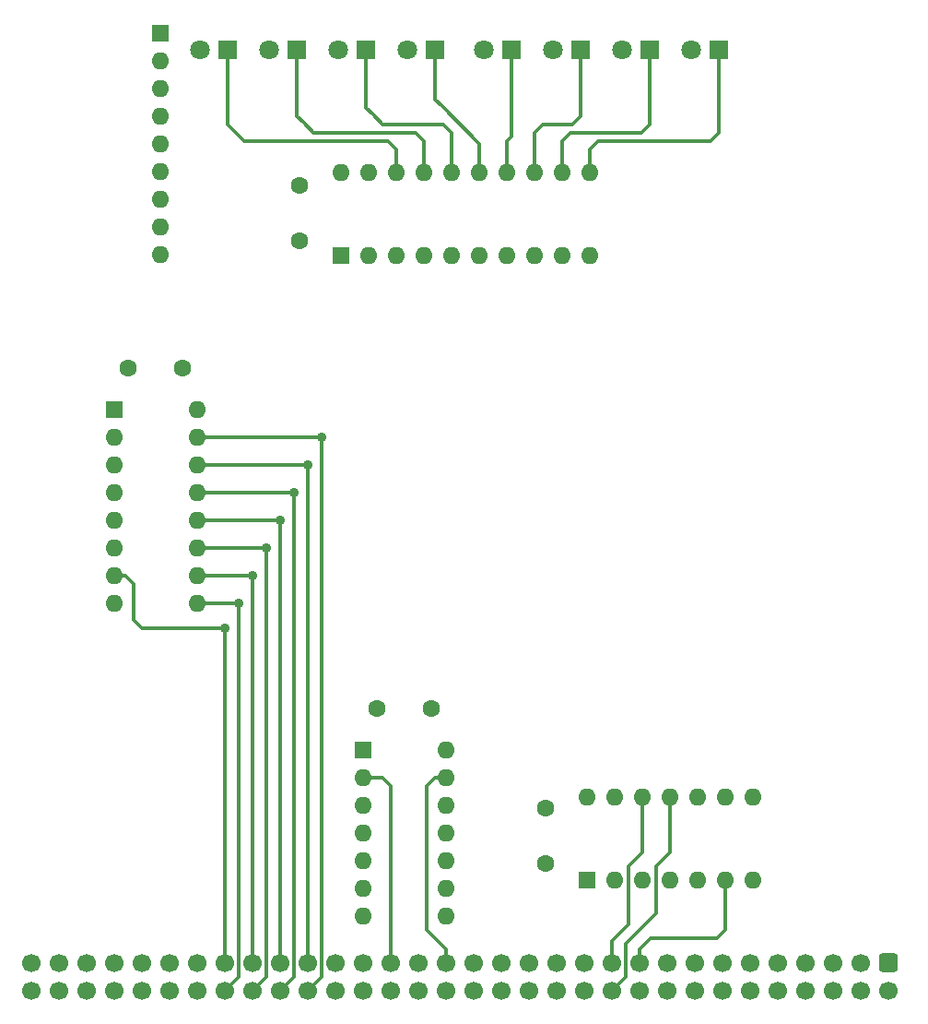
<source format=gtl>
G04 #@! TF.GenerationSoftware,KiCad,Pcbnew,5.1.6-c6e7f7d~86~ubuntu18.04.1*
G04 #@! TF.CreationDate,2020-06-20T00:16:09+12:00*
G04 #@! TF.ProjectId,M1 Address Decoding,4d312041-6464-4726-9573-73204465636f,rev?*
G04 #@! TF.SameCoordinates,Original*
G04 #@! TF.FileFunction,Copper,L1,Top*
G04 #@! TF.FilePolarity,Positive*
%FSLAX46Y46*%
G04 Gerber Fmt 4.6, Leading zero omitted, Abs format (unit mm)*
G04 Created by KiCad (PCBNEW 5.1.6-c6e7f7d~86~ubuntu18.04.1) date 2020-06-20 00:16:09*
%MOMM*%
%LPD*%
G01*
G04 APERTURE LIST*
G04 #@! TA.AperFunction,ComponentPad*
%ADD10C,1.600000*%
G04 #@! TD*
G04 #@! TA.AperFunction,ComponentPad*
%ADD11C,1.700000*%
G04 #@! TD*
G04 #@! TA.AperFunction,ComponentPad*
%ADD12R,1.600000X1.600000*%
G04 #@! TD*
G04 #@! TA.AperFunction,ComponentPad*
%ADD13O,1.600000X1.600000*%
G04 #@! TD*
G04 #@! TA.AperFunction,ComponentPad*
%ADD14C,1.800000*%
G04 #@! TD*
G04 #@! TA.AperFunction,ComponentPad*
%ADD15R,1.800000X1.800000*%
G04 #@! TD*
G04 #@! TA.AperFunction,ViaPad*
%ADD16C,0.889000*%
G04 #@! TD*
G04 #@! TA.AperFunction,Conductor*
%ADD17C,0.330200*%
G04 #@! TD*
G04 APERTURE END LIST*
D10*
G04 #@! TO.P,C7,2*
G04 #@! TO.N,+5V*
X137795000Y-64215000D03*
G04 #@! TO.P,C7,1*
G04 #@! TO.N,GND*
X137795000Y-69215000D03*
G04 #@! TD*
G04 #@! TO.P,J1,1*
G04 #@! TO.N,GND*
G04 #@! TA.AperFunction,ComponentPad*
G36*
G01*
X191297000Y-134659000D02*
X192497000Y-134659000D01*
G75*
G02*
X192747000Y-134909000I0J-250000D01*
G01*
X192747000Y-136109000D01*
G75*
G02*
X192497000Y-136359000I-250000J0D01*
G01*
X191297000Y-136359000D01*
G75*
G02*
X191047000Y-136109000I0J250000D01*
G01*
X191047000Y-134909000D01*
G75*
G02*
X191297000Y-134659000I250000J0D01*
G01*
G37*
G04 #@! TD.AperFunction*
D11*
G04 #@! TO.P,J1,3*
G04 #@! TO.N,/A1*
X189357000Y-135509000D03*
G04 #@! TO.P,J1,5*
G04 #@! TO.N,/A3*
X186817000Y-135509000D03*
G04 #@! TO.P,J1,7*
G04 #@! TO.N,/A5*
X184277000Y-135509000D03*
G04 #@! TO.P,J1,9*
G04 #@! TO.N,/A7*
X181737000Y-135509000D03*
G04 #@! TO.P,J1,11*
G04 #@! TO.N,GND*
X179197000Y-135509000D03*
G04 #@! TO.P,J1,13*
X176657000Y-135509000D03*
G04 #@! TO.P,J1,15*
G04 #@! TO.N,/A9*
X174117000Y-135509000D03*
G04 #@! TO.P,J1,17*
G04 #@! TO.N,/A11*
X171577000Y-135509000D03*
G04 #@! TO.P,J1,19*
G04 #@! TO.N,/A13*
X169037000Y-135509000D03*
G04 #@! TO.P,J1,21*
G04 #@! TO.N,/A15*
X166497000Y-135509000D03*
G04 #@! TO.P,J1,23*
G04 #@! TO.N,GND*
X163957000Y-135509000D03*
G04 #@! TO.P,J1,25*
G04 #@! TO.N,+5V*
X161417000Y-135509000D03*
G04 #@! TO.P,J1,27*
G04 #@! TO.N,GND*
X158877000Y-135509000D03*
G04 #@! TO.P,J1,29*
G04 #@! TO.N,/nPCOE*
X156337000Y-135509000D03*
G04 #@! TO.P,J1,31*
G04 #@! TO.N,Net-(J1-Pad31)*
X153797000Y-135509000D03*
G04 #@! TO.P,J1,33*
G04 #@! TO.N,/nADROE*
X151257000Y-135509000D03*
G04 #@! TO.P,J1,35*
G04 #@! TO.N,Net-(J1-Pad35)*
X148717000Y-135509000D03*
G04 #@! TO.P,J1,37*
G04 #@! TO.N,/nMEN*
X146177000Y-135509000D03*
G04 #@! TO.P,J1,39*
G04 #@! TO.N,GND*
X143637000Y-135509000D03*
G04 #@! TO.P,J1,41*
X141097000Y-135509000D03*
G04 #@! TO.P,J1,43*
G04 #@! TO.N,/nIOSEL1*
X138557000Y-135509000D03*
G04 #@! TO.P,J1,45*
G04 #@! TO.N,/nIOSEL3*
X136017000Y-135509000D03*
G04 #@! TO.P,J1,47*
G04 #@! TO.N,/nIOSEL5*
X133477000Y-135509000D03*
G04 #@! TO.P,J1,49*
G04 #@! TO.N,/nIOSEL7*
X130937000Y-135509000D03*
G04 #@! TO.P,J1,51*
G04 #@! TO.N,GND*
X128397000Y-135509000D03*
G04 #@! TO.P,J1,53*
X125857000Y-135509000D03*
G04 #@! TO.P,J1,55*
G04 #@! TO.N,Net-(J1-Pad55)*
X123317000Y-135509000D03*
G04 #@! TO.P,J1,57*
G04 #@! TO.N,Net-(J1-Pad57)*
X120777000Y-135509000D03*
G04 #@! TO.P,J1,59*
G04 #@! TO.N,Net-(J1-Pad59)*
X118237000Y-135509000D03*
G04 #@! TO.P,J1,61*
G04 #@! TO.N,Net-(J1-Pad61)*
X115697000Y-135509000D03*
G04 #@! TO.P,J1,63*
G04 #@! TO.N,GND*
X113157000Y-135509000D03*
G04 #@! TO.P,J1,2*
X191897000Y-138049000D03*
G04 #@! TO.P,J1,4*
G04 #@! TO.N,/A0*
X189357000Y-138049000D03*
G04 #@! TO.P,J1,6*
G04 #@! TO.N,/A2*
X186817000Y-138049000D03*
G04 #@! TO.P,J1,8*
G04 #@! TO.N,/A4*
X184277000Y-138049000D03*
G04 #@! TO.P,J1,10*
G04 #@! TO.N,/A6*
X181737000Y-138049000D03*
G04 #@! TO.P,J1,12*
G04 #@! TO.N,GND*
X179197000Y-138049000D03*
G04 #@! TO.P,J1,14*
X176657000Y-138049000D03*
G04 #@! TO.P,J1,16*
G04 #@! TO.N,/A8*
X174117000Y-138049000D03*
G04 #@! TO.P,J1,18*
G04 #@! TO.N,/A10*
X171577000Y-138049000D03*
G04 #@! TO.P,J1,20*
G04 #@! TO.N,/A12*
X169037000Y-138049000D03*
G04 #@! TO.P,J1,22*
G04 #@! TO.N,/A14*
X166497000Y-138049000D03*
G04 #@! TO.P,J1,24*
G04 #@! TO.N,GND*
X163957000Y-138049000D03*
G04 #@! TO.P,J1,26*
G04 #@! TO.N,+5V*
X161417000Y-138049000D03*
G04 #@! TO.P,J1,28*
G04 #@! TO.N,GND*
X158877000Y-138049000D03*
G04 #@! TO.P,J1,30*
G04 #@! TO.N,Net-(J1-Pad30)*
X156337000Y-138049000D03*
G04 #@! TO.P,J1,32*
G04 #@! TO.N,Net-(J1-Pad32)*
X153797000Y-138049000D03*
G04 #@! TO.P,J1,34*
G04 #@! TO.N,Net-(J1-Pad34)*
X151257000Y-138049000D03*
G04 #@! TO.P,J1,36*
G04 #@! TO.N,Net-(J1-Pad36)*
X148717000Y-138049000D03*
G04 #@! TO.P,J1,38*
G04 #@! TO.N,Net-(J1-Pad38)*
X146177000Y-138049000D03*
G04 #@! TO.P,J1,40*
G04 #@! TO.N,Net-(J1-Pad40)*
X143637000Y-138049000D03*
G04 #@! TO.P,J1,42*
G04 #@! TO.N,GND*
X141097000Y-138049000D03*
G04 #@! TO.P,J1,44*
G04 #@! TO.N,/nIOSEL0*
X138557000Y-138049000D03*
G04 #@! TO.P,J1,46*
G04 #@! TO.N,/nIOSEL2*
X136017000Y-138049000D03*
G04 #@! TO.P,J1,48*
G04 #@! TO.N,/nIOSEL4*
X133477000Y-138049000D03*
G04 #@! TO.P,J1,50*
G04 #@! TO.N,/nIOSEL6*
X130937000Y-138049000D03*
G04 #@! TO.P,J1,52*
G04 #@! TO.N,GND*
X128397000Y-138049000D03*
G04 #@! TO.P,J1,54*
X125857000Y-138049000D03*
G04 #@! TO.P,J1,56*
G04 #@! TO.N,Net-(J1-Pad56)*
X123317000Y-138049000D03*
G04 #@! TO.P,J1,58*
G04 #@! TO.N,Net-(J1-Pad58)*
X120777000Y-138049000D03*
G04 #@! TO.P,J1,60*
G04 #@! TO.N,Net-(J1-Pad60)*
X118237000Y-138049000D03*
G04 #@! TO.P,J1,62*
G04 #@! TO.N,Net-(J1-Pad62)*
X115697000Y-138049000D03*
G04 #@! TO.P,J1,64*
G04 #@! TO.N,GND*
X113157000Y-138049000D03*
G04 #@! TD*
D12*
G04 #@! TO.P,RN1,1*
G04 #@! TO.N,GND*
X124968000Y-50165000D03*
D13*
G04 #@! TO.P,RN1,2*
G04 #@! TO.N,Net-(D1-Pad8)*
X124968000Y-52705000D03*
G04 #@! TO.P,RN1,3*
G04 #@! TO.N,Net-(D1-Pad6)*
X124968000Y-55245000D03*
G04 #@! TO.P,RN1,4*
G04 #@! TO.N,Net-(D1-Pad4)*
X124968000Y-57785000D03*
G04 #@! TO.P,RN1,5*
G04 #@! TO.N,Net-(D1-Pad2)*
X124968000Y-60325000D03*
G04 #@! TO.P,RN1,6*
G04 #@! TO.N,Net-(D2-Pad8)*
X124968000Y-62865000D03*
G04 #@! TO.P,RN1,7*
G04 #@! TO.N,Net-(D2-Pad6)*
X124968000Y-65405000D03*
G04 #@! TO.P,RN1,8*
G04 #@! TO.N,Net-(D2-Pad4)*
X124968000Y-67945000D03*
G04 #@! TO.P,RN1,9*
G04 #@! TO.N,Net-(D2-Pad2)*
X124968000Y-70485000D03*
G04 #@! TD*
D14*
G04 #@! TO.P,D1,4*
G04 #@! TO.N,Net-(D1-Pad4)*
X141351000Y-51689000D03*
D15*
G04 #@! TO.P,D1,3*
G04 #@! TO.N,Net-(D1-Pad3)*
X143891000Y-51689000D03*
G04 #@! TO.P,D1,5*
G04 #@! TO.N,Net-(D1-Pad5)*
X137541000Y-51689000D03*
D14*
G04 #@! TO.P,D1,6*
G04 #@! TO.N,Net-(D1-Pad6)*
X135001000Y-51689000D03*
D15*
G04 #@! TO.P,D1,1*
G04 #@! TO.N,Net-(D1-Pad1)*
X150241000Y-51689000D03*
D14*
G04 #@! TO.P,D1,2*
G04 #@! TO.N,Net-(D1-Pad2)*
X147701000Y-51689000D03*
D15*
G04 #@! TO.P,D1,7*
G04 #@! TO.N,Net-(D1-Pad7)*
X131191000Y-51689000D03*
D14*
G04 #@! TO.P,D1,8*
G04 #@! TO.N,Net-(D1-Pad8)*
X128651000Y-51689000D03*
G04 #@! TD*
G04 #@! TO.P,D2,8*
G04 #@! TO.N,Net-(D2-Pad8)*
X154686000Y-51689000D03*
D15*
G04 #@! TO.P,D2,7*
G04 #@! TO.N,Net-(D2-Pad7)*
X157226000Y-51689000D03*
D14*
G04 #@! TO.P,D2,2*
G04 #@! TO.N,Net-(D2-Pad2)*
X173736000Y-51689000D03*
D15*
G04 #@! TO.P,D2,1*
G04 #@! TO.N,Net-(D2-Pad1)*
X176276000Y-51689000D03*
D14*
G04 #@! TO.P,D2,6*
G04 #@! TO.N,Net-(D2-Pad6)*
X161036000Y-51689000D03*
D15*
G04 #@! TO.P,D2,5*
G04 #@! TO.N,Net-(D2-Pad5)*
X163576000Y-51689000D03*
G04 #@! TO.P,D2,3*
G04 #@! TO.N,Net-(D2-Pad3)*
X169926000Y-51689000D03*
D14*
G04 #@! TO.P,D2,4*
G04 #@! TO.N,Net-(D2-Pad4)*
X167386000Y-51689000D03*
G04 #@! TD*
D10*
G04 #@! TO.P,C1,1*
G04 #@! TO.N,GND*
X144907000Y-112141000D03*
G04 #@! TO.P,C1,2*
G04 #@! TO.N,+5V*
X149907000Y-112141000D03*
G04 #@! TD*
G04 #@! TO.P,C2,1*
G04 #@! TO.N,GND*
X160401000Y-126365000D03*
G04 #@! TO.P,C2,2*
G04 #@! TO.N,+5V*
X160401000Y-121365000D03*
G04 #@! TD*
G04 #@! TO.P,C3,2*
G04 #@! TO.N,+5V*
X127047000Y-80899000D03*
G04 #@! TO.P,C3,1*
G04 #@! TO.N,GND*
X122047000Y-80899000D03*
G04 #@! TD*
D12*
G04 #@! TO.P,U3,1*
G04 #@! TO.N,/A12*
X164211000Y-127889000D03*
D13*
G04 #@! TO.P,U3,8*
G04 #@! TO.N,/E2*
X179451000Y-120269000D03*
G04 #@! TO.P,U3,2*
G04 #@! TO.N,/A11*
X166751000Y-127889000D03*
G04 #@! TO.P,U3,9*
G04 #@! TO.N,N/C*
X176911000Y-120269000D03*
G04 #@! TO.P,U3,3*
G04 #@! TO.N,/A10*
X169291000Y-127889000D03*
G04 #@! TO.P,U3,10*
G04 #@! TO.N,N/C*
X174371000Y-120269000D03*
G04 #@! TO.P,U3,4*
G04 #@! TO.N,/A9*
X171831000Y-127889000D03*
G04 #@! TO.P,U3,11*
G04 #@! TO.N,/A14*
X171831000Y-120269000D03*
G04 #@! TO.P,U3,5*
G04 #@! TO.N,/A8*
X174371000Y-127889000D03*
G04 #@! TO.P,U3,12*
G04 #@! TO.N,/A15*
X169291000Y-120269000D03*
G04 #@! TO.P,U3,6*
G04 #@! TO.N,/A13*
X176911000Y-127889000D03*
G04 #@! TO.P,U3,13*
G04 #@! TO.N,N/C*
X166751000Y-120269000D03*
G04 #@! TO.P,U3,7*
G04 #@! TO.N,GND*
X179451000Y-127889000D03*
G04 #@! TO.P,U3,14*
G04 #@! TO.N,+5V*
X164211000Y-120269000D03*
G04 #@! TD*
D12*
G04 #@! TO.P,U4,1*
G04 #@! TO.N,/A5*
X120777000Y-84709000D03*
D13*
G04 #@! TO.P,U4,9*
G04 #@! TO.N,/nIOSEL6*
X128397000Y-102489000D03*
G04 #@! TO.P,U4,2*
G04 #@! TO.N,/A6*
X120777000Y-87249000D03*
G04 #@! TO.P,U4,10*
G04 #@! TO.N,/nIOSEL5*
X128397000Y-99949000D03*
G04 #@! TO.P,U4,3*
G04 #@! TO.N,/A7*
X120777000Y-89789000D03*
G04 #@! TO.P,U4,11*
G04 #@! TO.N,/nIOSEL4*
X128397000Y-97409000D03*
G04 #@! TO.P,U4,4*
G04 #@! TO.N,GND*
X120777000Y-92329000D03*
G04 #@! TO.P,U4,12*
G04 #@! TO.N,/nIOSEL3*
X128397000Y-94869000D03*
G04 #@! TO.P,U4,5*
G04 #@! TO.N,/E2*
X120777000Y-94869000D03*
G04 #@! TO.P,U4,13*
G04 #@! TO.N,/nIOSEL2*
X128397000Y-92329000D03*
G04 #@! TO.P,U4,6*
G04 #@! TO.N,/E1*
X120777000Y-97409000D03*
G04 #@! TO.P,U4,14*
G04 #@! TO.N,/nIOSEL1*
X128397000Y-89789000D03*
G04 #@! TO.P,U4,7*
G04 #@! TO.N,/nIOSEL7*
X120777000Y-99949000D03*
G04 #@! TO.P,U4,15*
G04 #@! TO.N,/nIOSEL0*
X128397000Y-87249000D03*
G04 #@! TO.P,U4,8*
G04 #@! TO.N,GND*
X120777000Y-102489000D03*
G04 #@! TO.P,U4,16*
G04 #@! TO.N,+5V*
X128397000Y-84709000D03*
G04 #@! TD*
D12*
G04 #@! TO.P,U5,1*
G04 #@! TO.N,GND*
X141605000Y-70612000D03*
D13*
G04 #@! TO.P,U5,11*
G04 #@! TO.N,Net-(D2-Pad1)*
X164465000Y-62992000D03*
G04 #@! TO.P,U5,2*
G04 #@! TO.N,/nIOSEL0*
X144145000Y-70612000D03*
G04 #@! TO.P,U5,12*
G04 #@! TO.N,Net-(D2-Pad3)*
X161925000Y-62992000D03*
G04 #@! TO.P,U5,3*
G04 #@! TO.N,/nIOSEL1*
X146685000Y-70612000D03*
G04 #@! TO.P,U5,13*
G04 #@! TO.N,Net-(D2-Pad5)*
X159385000Y-62992000D03*
G04 #@! TO.P,U5,4*
G04 #@! TO.N,/nIOSEL2*
X149225000Y-70612000D03*
G04 #@! TO.P,U5,14*
G04 #@! TO.N,Net-(D2-Pad7)*
X156845000Y-62992000D03*
G04 #@! TO.P,U5,5*
G04 #@! TO.N,/nIOSEL3*
X151765000Y-70612000D03*
G04 #@! TO.P,U5,15*
G04 #@! TO.N,Net-(D1-Pad1)*
X154305000Y-62992000D03*
G04 #@! TO.P,U5,6*
G04 #@! TO.N,/nIOSEL4*
X154305000Y-70612000D03*
G04 #@! TO.P,U5,16*
G04 #@! TO.N,Net-(D1-Pad3)*
X151765000Y-62992000D03*
G04 #@! TO.P,U5,7*
G04 #@! TO.N,/nIOSEL5*
X156845000Y-70612000D03*
G04 #@! TO.P,U5,17*
G04 #@! TO.N,Net-(D1-Pad5)*
X149225000Y-62992000D03*
G04 #@! TO.P,U5,8*
G04 #@! TO.N,/nIOSEL6*
X159385000Y-70612000D03*
G04 #@! TO.P,U5,18*
G04 #@! TO.N,Net-(D1-Pad7)*
X146685000Y-62992000D03*
G04 #@! TO.P,U5,9*
G04 #@! TO.N,/nIOSEL7*
X161925000Y-70612000D03*
G04 #@! TO.P,U5,19*
G04 #@! TO.N,GND*
X144145000Y-62992000D03*
G04 #@! TO.P,U5,10*
X164465000Y-70612000D03*
G04 #@! TO.P,U5,20*
G04 #@! TO.N,+5V*
X141605000Y-62992000D03*
G04 #@! TD*
D12*
G04 #@! TO.P,U1,1*
G04 #@! TO.N,/nPCOE*
X143637000Y-115951000D03*
D13*
G04 #@! TO.P,U1,8*
G04 #@! TO.N,Net-(U1-Pad8)*
X151257000Y-131191000D03*
G04 #@! TO.P,U1,2*
G04 #@! TO.N,/nMEN*
X143637000Y-118491000D03*
G04 #@! TO.P,U1,9*
G04 #@! TO.N,GND*
X151257000Y-128651000D03*
G04 #@! TO.P,U1,3*
X143637000Y-121031000D03*
G04 #@! TO.P,U1,10*
X151257000Y-126111000D03*
G04 #@! TO.P,U1,4*
X143637000Y-123571000D03*
G04 #@! TO.P,U1,11*
X151257000Y-123571000D03*
G04 #@! TO.P,U1,5*
X143637000Y-126111000D03*
G04 #@! TO.P,U1,12*
G04 #@! TO.N,/E1*
X151257000Y-121031000D03*
G04 #@! TO.P,U1,6*
G04 #@! TO.N,Net-(U1-Pad6)*
X143637000Y-128651000D03*
G04 #@! TO.P,U1,13*
G04 #@! TO.N,/nADROE*
X151257000Y-118491000D03*
G04 #@! TO.P,U1,7*
G04 #@! TO.N,GND*
X143637000Y-131191000D03*
G04 #@! TO.P,U1,14*
G04 #@! TO.N,+5V*
X151257000Y-115951000D03*
G04 #@! TD*
D16*
G04 #@! TO.N,/nIOSEL7*
X130937000Y-104775000D03*
G04 #@! TO.N,/nIOSEL1*
X138557000Y-89789000D03*
G04 #@! TO.N,/nIOSEL3*
X136017000Y-94869000D03*
G04 #@! TO.N,/nIOSEL5*
X133477000Y-99949000D03*
G04 #@! TO.N,/nIOSEL0*
X139827000Y-87249000D03*
G04 #@! TO.N,/nIOSEL2*
X137287000Y-92329000D03*
G04 #@! TO.N,/nIOSEL4*
X134746101Y-97409000D03*
G04 #@! TO.N,/nIOSEL6*
X132207000Y-102489000D03*
G04 #@! TD*
D17*
G04 #@! TO.N,Net-(D1-Pad1)*
X154305000Y-60325000D02*
X154305000Y-62865000D01*
X150876000Y-56896000D02*
X154305000Y-60325000D01*
X150241000Y-56261000D02*
X150876000Y-56896000D01*
X150241000Y-51689000D02*
X150241000Y-56261000D01*
G04 #@! TO.N,Net-(D2-Pad1)*
X165227000Y-60071000D02*
X164465000Y-60833000D01*
X164465000Y-60833000D02*
X164465000Y-62865000D01*
X176276000Y-59309000D02*
X175514000Y-60071000D01*
X176276000Y-51689000D02*
X176276000Y-59309000D01*
X175514000Y-60071000D02*
X165227000Y-60071000D01*
G04 #@! TO.N,/A13*
X176911000Y-127889000D02*
X176911000Y-129413000D01*
X169037000Y-134239000D02*
X170053000Y-133223000D01*
X169037000Y-135509000D02*
X169037000Y-134239000D01*
X170053000Y-133223000D02*
X176149000Y-133223000D01*
X176911000Y-132461000D02*
X176911000Y-129413000D01*
X176149000Y-133223000D02*
X176911000Y-132461000D01*
G04 #@! TO.N,/A15*
X166497000Y-133477000D02*
X166497000Y-135509000D01*
X169291000Y-120269000D02*
X169291000Y-125349000D01*
X169291000Y-125349000D02*
X168021000Y-126619000D01*
X168021000Y-131953000D02*
X166497000Y-133477000D01*
X168021000Y-126619000D02*
X168021000Y-131953000D01*
G04 #@! TO.N,/A14*
X167767000Y-136779000D02*
X166497000Y-138049000D01*
X171831000Y-120269000D02*
X171831000Y-125349000D01*
X171831000Y-125349000D02*
X170561000Y-126619000D01*
X167767000Y-136779000D02*
X167767000Y-133731000D01*
X167767000Y-133731000D02*
X170561000Y-130937000D01*
X170561000Y-126619000D02*
X170561000Y-130937000D01*
G04 #@! TO.N,/nIOSEL7*
X122555000Y-104013000D02*
X122555000Y-100711000D01*
X130937000Y-104775000D02*
X123317000Y-104775000D01*
X121793000Y-99949000D02*
X120777000Y-99949000D01*
X122555000Y-100711000D02*
X121793000Y-99949000D01*
X123317000Y-104775000D02*
X122555000Y-104013000D01*
X130937000Y-104775000D02*
X130937000Y-104775000D01*
X130937000Y-135509000D02*
X130937000Y-104775000D01*
G04 #@! TO.N,Net-(D1-Pad3)*
X144526000Y-57658000D02*
X145415000Y-58547000D01*
X145415000Y-58547000D02*
X151003000Y-58547000D01*
X151003000Y-58547000D02*
X151765000Y-59309000D01*
X151765000Y-59309000D02*
X151765000Y-62865000D01*
X143891000Y-57023000D02*
X144526000Y-57658000D01*
X143891000Y-51689000D02*
X143891000Y-57023000D01*
G04 #@! TO.N,Net-(D1-Pad5)*
X139065000Y-59309000D02*
X148463000Y-59309000D01*
X148463000Y-59309000D02*
X149225000Y-60071000D01*
X149225000Y-60071000D02*
X149225000Y-62865000D01*
X138176000Y-58420000D02*
X139065000Y-59309000D01*
X137541000Y-57785000D02*
X138176000Y-58420000D01*
X137541000Y-51689000D02*
X137541000Y-57785000D01*
G04 #@! TO.N,Net-(D1-Pad7)*
X132715000Y-60071000D02*
X145923000Y-60071000D01*
X146685000Y-60833000D02*
X146685000Y-62865000D01*
X145923000Y-60071000D02*
X146685000Y-60833000D01*
X131191000Y-58547000D02*
X132715000Y-60071000D01*
X131191000Y-51689000D02*
X131191000Y-58547000D01*
G04 #@! TO.N,Net-(D2-Pad7)*
X156845000Y-60071000D02*
X156845000Y-62865000D01*
X157226000Y-59690000D02*
X157162500Y-59753500D01*
X157226000Y-51689000D02*
X157226000Y-59690000D01*
X157162500Y-59753500D02*
X156845000Y-60071000D01*
G04 #@! TO.N,Net-(D2-Pad5)*
X159385000Y-59309000D02*
X159385000Y-62865000D01*
X160147000Y-58547000D02*
X159385000Y-59309000D01*
X163576000Y-57785000D02*
X162814000Y-58547000D01*
X163576000Y-51689000D02*
X163576000Y-57785000D01*
X162814000Y-58547000D02*
X160147000Y-58547000D01*
G04 #@! TO.N,Net-(D2-Pad3)*
X162687000Y-59309000D02*
X161925000Y-60071000D01*
X161925000Y-60071000D02*
X161925000Y-62865000D01*
X169926000Y-58547000D02*
X169164000Y-59309000D01*
X169926000Y-51689000D02*
X169926000Y-58547000D01*
X169164000Y-59309000D02*
X162687000Y-59309000D01*
G04 #@! TO.N,/nADROE*
X151257000Y-135509000D02*
X151257000Y-134239000D01*
X151257000Y-134239000D02*
X149479000Y-132461000D01*
X149479000Y-132461000D02*
X149479000Y-119253000D01*
X149479000Y-119253000D02*
X150241000Y-118491000D01*
X150241000Y-118491000D02*
X151257000Y-118491000D01*
G04 #@! TO.N,/nIOSEL1*
X138557000Y-89789000D02*
X138557000Y-89789000D01*
X138557000Y-89789000D02*
X128397000Y-89789000D01*
X138557000Y-135509000D02*
X138557000Y-89789000D01*
G04 #@! TO.N,/nIOSEL3*
X136017000Y-94869000D02*
X136017000Y-94869000D01*
X136017000Y-94869000D02*
X128397000Y-94869000D01*
X136017000Y-135509000D02*
X136017000Y-94869000D01*
G04 #@! TO.N,/nIOSEL5*
X133477000Y-99949000D02*
X133477000Y-99949000D01*
X133477000Y-99949000D02*
X128397000Y-99949000D01*
X133477000Y-135509000D02*
X133477000Y-99949000D01*
G04 #@! TO.N,/nIOSEL0*
X139827000Y-87249000D02*
X139827000Y-87249000D01*
X139827000Y-87249000D02*
X128397000Y-87249000D01*
X139827000Y-136779000D02*
X139827000Y-87249000D01*
X138557000Y-138049000D02*
X139827000Y-136779000D01*
G04 #@! TO.N,/nIOSEL2*
X137287000Y-92329000D02*
X128397000Y-92329000D01*
X137287000Y-92329000D02*
X137287000Y-92329000D01*
X137287000Y-136779000D02*
X137287000Y-92329000D01*
X136017000Y-138049000D02*
X137287000Y-136779000D01*
G04 #@! TO.N,/nIOSEL4*
X134746101Y-97409000D02*
X134746101Y-97409000D01*
X134746101Y-97409000D02*
X128397000Y-97409000D01*
X134746101Y-136779899D02*
X134746101Y-97409000D01*
X133477000Y-138049000D02*
X134746101Y-136779899D01*
G04 #@! TO.N,/nIOSEL6*
X132207000Y-102489000D02*
X128397000Y-102489000D01*
X132207000Y-102489000D02*
X132207000Y-102489000D01*
X132207000Y-136779000D02*
X132207000Y-102489000D01*
X130937000Y-138049000D02*
X132207000Y-136779000D01*
G04 #@! TO.N,/nMEN*
X146177000Y-135509000D02*
X146177000Y-119253000D01*
X145415000Y-118491000D02*
X143637000Y-118491000D01*
X146177000Y-119253000D02*
X145415000Y-118491000D01*
G04 #@! TD*
M02*

</source>
